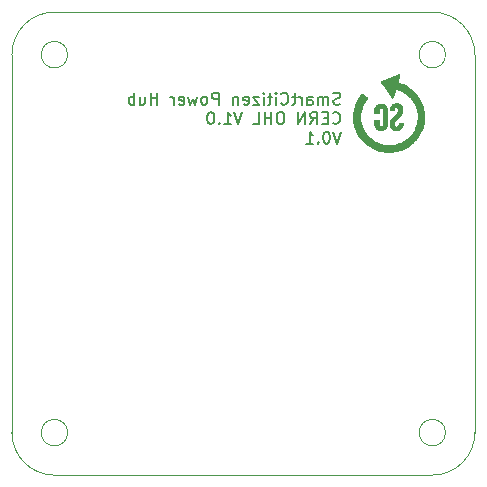
<source format=gbr>
%TF.GenerationSoftware,KiCad,Pcbnew,(5.1.5-0-10_14)*%
%TF.CreationDate,2020-09-17T17:23:34+02:00*%
%TF.ProjectId,power-routing,706f7765-722d-4726-9f75-74696e672e6b,rev?*%
%TF.SameCoordinates,Original*%
%TF.FileFunction,Legend,Bot*%
%TF.FilePolarity,Positive*%
%FSLAX46Y46*%
G04 Gerber Fmt 4.6, Leading zero omitted, Abs format (unit mm)*
G04 Created by KiCad (PCBNEW (5.1.5-0-10_14)) date 2020-09-17 17:23:34*
%MOMM*%
%LPD*%
G04 APERTURE LIST*
%ADD10C,0.150000*%
%ADD11C,0.050000*%
%ADD12C,0.010000*%
G04 APERTURE END LIST*
D10*
X216887023Y-82029761D02*
X216744166Y-82077380D01*
X216506071Y-82077380D01*
X216410833Y-82029761D01*
X216363214Y-81982142D01*
X216315595Y-81886904D01*
X216315595Y-81791666D01*
X216363214Y-81696428D01*
X216410833Y-81648809D01*
X216506071Y-81601190D01*
X216696547Y-81553571D01*
X216791785Y-81505952D01*
X216839404Y-81458333D01*
X216887023Y-81363095D01*
X216887023Y-81267857D01*
X216839404Y-81172619D01*
X216791785Y-81125000D01*
X216696547Y-81077380D01*
X216458452Y-81077380D01*
X216315595Y-81125000D01*
X215887023Y-82077380D02*
X215887023Y-81410714D01*
X215887023Y-81505952D02*
X215839404Y-81458333D01*
X215744166Y-81410714D01*
X215601309Y-81410714D01*
X215506071Y-81458333D01*
X215458452Y-81553571D01*
X215458452Y-82077380D01*
X215458452Y-81553571D02*
X215410833Y-81458333D01*
X215315595Y-81410714D01*
X215172738Y-81410714D01*
X215077500Y-81458333D01*
X215029880Y-81553571D01*
X215029880Y-82077380D01*
X214125119Y-82077380D02*
X214125119Y-81553571D01*
X214172738Y-81458333D01*
X214267976Y-81410714D01*
X214458452Y-81410714D01*
X214553690Y-81458333D01*
X214125119Y-82029761D02*
X214220357Y-82077380D01*
X214458452Y-82077380D01*
X214553690Y-82029761D01*
X214601309Y-81934523D01*
X214601309Y-81839285D01*
X214553690Y-81744047D01*
X214458452Y-81696428D01*
X214220357Y-81696428D01*
X214125119Y-81648809D01*
X213648928Y-82077380D02*
X213648928Y-81410714D01*
X213648928Y-81601190D02*
X213601309Y-81505952D01*
X213553690Y-81458333D01*
X213458452Y-81410714D01*
X213363214Y-81410714D01*
X213172738Y-81410714D02*
X212791785Y-81410714D01*
X213029880Y-81077380D02*
X213029880Y-81934523D01*
X212982261Y-82029761D01*
X212887023Y-82077380D01*
X212791785Y-82077380D01*
X211887023Y-81982142D02*
X211934642Y-82029761D01*
X212077500Y-82077380D01*
X212172738Y-82077380D01*
X212315595Y-82029761D01*
X212410833Y-81934523D01*
X212458452Y-81839285D01*
X212506071Y-81648809D01*
X212506071Y-81505952D01*
X212458452Y-81315476D01*
X212410833Y-81220238D01*
X212315595Y-81125000D01*
X212172738Y-81077380D01*
X212077500Y-81077380D01*
X211934642Y-81125000D01*
X211887023Y-81172619D01*
X211458452Y-82077380D02*
X211458452Y-81410714D01*
X211458452Y-81077380D02*
X211506071Y-81125000D01*
X211458452Y-81172619D01*
X211410833Y-81125000D01*
X211458452Y-81077380D01*
X211458452Y-81172619D01*
X211125119Y-81410714D02*
X210744166Y-81410714D01*
X210982261Y-81077380D02*
X210982261Y-81934523D01*
X210934642Y-82029761D01*
X210839404Y-82077380D01*
X210744166Y-82077380D01*
X210410833Y-82077380D02*
X210410833Y-81410714D01*
X210410833Y-81077380D02*
X210458452Y-81125000D01*
X210410833Y-81172619D01*
X210363214Y-81125000D01*
X210410833Y-81077380D01*
X210410833Y-81172619D01*
X210029880Y-81410714D02*
X209506071Y-81410714D01*
X210029880Y-82077380D01*
X209506071Y-82077380D01*
X208744166Y-82029761D02*
X208839404Y-82077380D01*
X209029880Y-82077380D01*
X209125119Y-82029761D01*
X209172738Y-81934523D01*
X209172738Y-81553571D01*
X209125119Y-81458333D01*
X209029880Y-81410714D01*
X208839404Y-81410714D01*
X208744166Y-81458333D01*
X208696547Y-81553571D01*
X208696547Y-81648809D01*
X209172738Y-81744047D01*
X208267976Y-81410714D02*
X208267976Y-82077380D01*
X208267976Y-81505952D02*
X208220357Y-81458333D01*
X208125119Y-81410714D01*
X207982261Y-81410714D01*
X207887023Y-81458333D01*
X207839404Y-81553571D01*
X207839404Y-82077380D01*
X206601309Y-82077380D02*
X206601309Y-81077380D01*
X206220357Y-81077380D01*
X206125119Y-81125000D01*
X206077500Y-81172619D01*
X206029880Y-81267857D01*
X206029880Y-81410714D01*
X206077500Y-81505952D01*
X206125119Y-81553571D01*
X206220357Y-81601190D01*
X206601309Y-81601190D01*
X205458452Y-82077380D02*
X205553690Y-82029761D01*
X205601309Y-81982142D01*
X205648928Y-81886904D01*
X205648928Y-81601190D01*
X205601309Y-81505952D01*
X205553690Y-81458333D01*
X205458452Y-81410714D01*
X205315595Y-81410714D01*
X205220357Y-81458333D01*
X205172738Y-81505952D01*
X205125119Y-81601190D01*
X205125119Y-81886904D01*
X205172738Y-81982142D01*
X205220357Y-82029761D01*
X205315595Y-82077380D01*
X205458452Y-82077380D01*
X204791785Y-81410714D02*
X204601309Y-82077380D01*
X204410833Y-81601190D01*
X204220357Y-82077380D01*
X204029880Y-81410714D01*
X203267976Y-82029761D02*
X203363214Y-82077380D01*
X203553690Y-82077380D01*
X203648928Y-82029761D01*
X203696547Y-81934523D01*
X203696547Y-81553571D01*
X203648928Y-81458333D01*
X203553690Y-81410714D01*
X203363214Y-81410714D01*
X203267976Y-81458333D01*
X203220357Y-81553571D01*
X203220357Y-81648809D01*
X203696547Y-81744047D01*
X202791785Y-82077380D02*
X202791785Y-81410714D01*
X202791785Y-81601190D02*
X202744166Y-81505952D01*
X202696547Y-81458333D01*
X202601309Y-81410714D01*
X202506071Y-81410714D01*
X201410833Y-82077380D02*
X201410833Y-81077380D01*
X201410833Y-81553571D02*
X200839404Y-81553571D01*
X200839404Y-82077380D02*
X200839404Y-81077380D01*
X199934642Y-81410714D02*
X199934642Y-82077380D01*
X200363214Y-81410714D02*
X200363214Y-81934523D01*
X200315595Y-82029761D01*
X200220357Y-82077380D01*
X200077500Y-82077380D01*
X199982261Y-82029761D01*
X199934642Y-81982142D01*
X199458452Y-82077380D02*
X199458452Y-81077380D01*
X199458452Y-81458333D02*
X199363214Y-81410714D01*
X199172738Y-81410714D01*
X199077500Y-81458333D01*
X199029880Y-81505952D01*
X198982261Y-81601190D01*
X198982261Y-81886904D01*
X199029880Y-81982142D01*
X199077500Y-82029761D01*
X199172738Y-82077380D01*
X199363214Y-82077380D01*
X199458452Y-82029761D01*
X216267976Y-83632142D02*
X216315595Y-83679761D01*
X216458452Y-83727380D01*
X216553690Y-83727380D01*
X216696547Y-83679761D01*
X216791785Y-83584523D01*
X216839404Y-83489285D01*
X216887023Y-83298809D01*
X216887023Y-83155952D01*
X216839404Y-82965476D01*
X216791785Y-82870238D01*
X216696547Y-82775000D01*
X216553690Y-82727380D01*
X216458452Y-82727380D01*
X216315595Y-82775000D01*
X216267976Y-82822619D01*
X215839404Y-83203571D02*
X215506071Y-83203571D01*
X215363214Y-83727380D02*
X215839404Y-83727380D01*
X215839404Y-82727380D01*
X215363214Y-82727380D01*
X214363214Y-83727380D02*
X214696547Y-83251190D01*
X214934642Y-83727380D02*
X214934642Y-82727380D01*
X214553690Y-82727380D01*
X214458452Y-82775000D01*
X214410833Y-82822619D01*
X214363214Y-82917857D01*
X214363214Y-83060714D01*
X214410833Y-83155952D01*
X214458452Y-83203571D01*
X214553690Y-83251190D01*
X214934642Y-83251190D01*
X213934642Y-83727380D02*
X213934642Y-82727380D01*
X213363214Y-83727380D01*
X213363214Y-82727380D01*
X211934642Y-82727380D02*
X211744166Y-82727380D01*
X211648928Y-82775000D01*
X211553690Y-82870238D01*
X211506071Y-83060714D01*
X211506071Y-83394047D01*
X211553690Y-83584523D01*
X211648928Y-83679761D01*
X211744166Y-83727380D01*
X211934642Y-83727380D01*
X212029880Y-83679761D01*
X212125119Y-83584523D01*
X212172738Y-83394047D01*
X212172738Y-83060714D01*
X212125119Y-82870238D01*
X212029880Y-82775000D01*
X211934642Y-82727380D01*
X211077500Y-83727380D02*
X211077500Y-82727380D01*
X211077500Y-83203571D02*
X210506071Y-83203571D01*
X210506071Y-83727380D02*
X210506071Y-82727380D01*
X209553690Y-83727380D02*
X210029880Y-83727380D01*
X210029880Y-82727380D01*
X208601309Y-82727380D02*
X208267976Y-83727380D01*
X207934642Y-82727380D01*
X207077500Y-83727380D02*
X207648928Y-83727380D01*
X207363214Y-83727380D02*
X207363214Y-82727380D01*
X207458452Y-82870238D01*
X207553690Y-82965476D01*
X207648928Y-83013095D01*
X206648928Y-83632142D02*
X206601309Y-83679761D01*
X206648928Y-83727380D01*
X206696547Y-83679761D01*
X206648928Y-83632142D01*
X206648928Y-83727380D01*
X205982261Y-82727380D02*
X205887023Y-82727380D01*
X205791785Y-82775000D01*
X205744166Y-82822619D01*
X205696547Y-82917857D01*
X205648928Y-83108333D01*
X205648928Y-83346428D01*
X205696547Y-83536904D01*
X205744166Y-83632142D01*
X205791785Y-83679761D01*
X205887023Y-83727380D01*
X205982261Y-83727380D01*
X206077500Y-83679761D01*
X206125119Y-83632142D01*
X206172738Y-83536904D01*
X206220357Y-83346428D01*
X206220357Y-83108333D01*
X206172738Y-82917857D01*
X206125119Y-82822619D01*
X206077500Y-82775000D01*
X205982261Y-82727380D01*
X216982261Y-84377380D02*
X216648928Y-85377380D01*
X216315595Y-84377380D01*
X215791785Y-84377380D02*
X215696547Y-84377380D01*
X215601309Y-84425000D01*
X215553690Y-84472619D01*
X215506071Y-84567857D01*
X215458452Y-84758333D01*
X215458452Y-84996428D01*
X215506071Y-85186904D01*
X215553690Y-85282142D01*
X215601309Y-85329761D01*
X215696547Y-85377380D01*
X215791785Y-85377380D01*
X215887023Y-85329761D01*
X215934642Y-85282142D01*
X215982261Y-85186904D01*
X216029880Y-84996428D01*
X216029880Y-84758333D01*
X215982261Y-84567857D01*
X215934642Y-84472619D01*
X215887023Y-84425000D01*
X215791785Y-84377380D01*
X215029880Y-85282142D02*
X214982261Y-85329761D01*
X215029880Y-85377380D01*
X215077500Y-85329761D01*
X215029880Y-85282142D01*
X215029880Y-85377380D01*
X214029880Y-85377380D02*
X214601309Y-85377380D01*
X214315595Y-85377380D02*
X214315595Y-84377380D01*
X214410833Y-84520238D01*
X214506071Y-84615476D01*
X214601309Y-84663095D01*
D11*
X189100000Y-109850000D02*
X189100000Y-77850000D01*
X224700000Y-113450000D02*
X192700000Y-113450000D01*
X228300000Y-77850000D02*
X228300000Y-109850000D01*
X192700000Y-74250000D02*
X224700000Y-74250000D01*
X189100000Y-77850000D02*
G75*
G02X192700000Y-74250000I3600000J0D01*
G01*
X192700000Y-113450000D02*
G75*
G02X189100000Y-109850000I0J3600000D01*
G01*
X228300000Y-109850000D02*
G75*
G02X224700000Y-113450000I-3600000J0D01*
G01*
X224700000Y-74250000D02*
G75*
G02X228300000Y-77850000I0J-3600000D01*
G01*
X225818034Y-109850000D02*
G75*
G03X225818034Y-109850000I-1118034J0D01*
G01*
X193818034Y-109850000D02*
G75*
G03X193818034Y-109850000I-1118034J0D01*
G01*
X225818034Y-77850000D02*
G75*
G03X225818034Y-77850000I-1118034J0D01*
G01*
X193818034Y-77850000D02*
G75*
G03X193818034Y-77850000I-1118034J0D01*
G01*
D12*
G36*
X220297331Y-82001577D02*
G01*
X220262508Y-82003077D01*
X220231827Y-82005685D01*
X220208130Y-82009372D01*
X220207606Y-82009488D01*
X220135678Y-82030533D01*
X220068860Y-82060178D01*
X220007640Y-82098042D01*
X219952503Y-82143746D01*
X219903937Y-82196910D01*
X219862428Y-82257153D01*
X219841901Y-82294940D01*
X219829560Y-82320413D01*
X219819434Y-82343113D01*
X219811291Y-82364439D01*
X219804896Y-82385793D01*
X219800016Y-82408576D01*
X219796417Y-82434189D01*
X219793864Y-82464034D01*
X219792125Y-82499511D01*
X219790966Y-82542022D01*
X219790152Y-82592968D01*
X219789989Y-82606090D01*
X219787951Y-82775000D01*
X220144280Y-82775000D01*
X220144280Y-82627870D01*
X220144325Y-82584857D01*
X220144510Y-82550685D01*
X220144915Y-82524037D01*
X220145621Y-82503593D01*
X220146707Y-82488036D01*
X220148252Y-82476047D01*
X220150336Y-82466308D01*
X220153039Y-82457501D01*
X220154871Y-82452434D01*
X220170477Y-82422602D01*
X220193706Y-82393566D01*
X220222168Y-82367836D01*
X220253472Y-82347926D01*
X220255128Y-82347099D01*
X220272765Y-82338916D01*
X220287328Y-82333961D01*
X220302617Y-82331443D01*
X220322432Y-82330568D01*
X220334674Y-82330500D01*
X220358762Y-82330950D01*
X220376561Y-82332786D01*
X220391919Y-82336738D01*
X220408686Y-82343534D01*
X220412365Y-82345215D01*
X220442374Y-82363394D01*
X220471108Y-82388565D01*
X220495828Y-82417862D01*
X220513790Y-82448424D01*
X220515898Y-82453349D01*
X220527820Y-82482900D01*
X220527820Y-83753114D01*
X220511221Y-83786833D01*
X220489260Y-83822025D01*
X220461346Y-83851873D01*
X220429334Y-83874694D01*
X220400182Y-83887347D01*
X220355517Y-83896146D01*
X220311353Y-83895314D01*
X220269002Y-83885224D01*
X220229779Y-83866249D01*
X220194997Y-83838760D01*
X220182876Y-83825761D01*
X220173123Y-83813944D01*
X220165165Y-83802747D01*
X220158820Y-83791011D01*
X220153907Y-83777577D01*
X220150242Y-83761288D01*
X220147644Y-83740984D01*
X220145932Y-83715507D01*
X220144922Y-83683699D01*
X220144435Y-83644400D01*
X220144286Y-83596452D01*
X220144280Y-83579989D01*
X220144280Y-83410000D01*
X219788680Y-83410000D01*
X219788680Y-83592214D01*
X219788808Y-83648153D01*
X219789266Y-83695196D01*
X219790167Y-83734605D01*
X219791624Y-83767641D01*
X219793749Y-83795566D01*
X219796655Y-83819642D01*
X219800454Y-83841130D01*
X219805260Y-83861292D01*
X219811186Y-83881391D01*
X219815732Y-83895140D01*
X219842057Y-83957043D01*
X219877226Y-84015875D01*
X219920111Y-84070505D01*
X219969581Y-84119804D01*
X220024509Y-84162644D01*
X220083767Y-84197896D01*
X220144280Y-84223760D01*
X220189610Y-84236396D01*
X220241008Y-84245522D01*
X220294887Y-84250795D01*
X220347664Y-84251872D01*
X220395751Y-84248411D01*
X220398508Y-84248038D01*
X220468818Y-84233155D01*
X220536097Y-84208702D01*
X220599833Y-84174951D01*
X220659516Y-84132174D01*
X220714636Y-84080644D01*
X220716784Y-84078355D01*
X220757206Y-84029942D01*
X220789767Y-83979047D01*
X220815701Y-83923417D01*
X220836240Y-83860802D01*
X220836572Y-83859580D01*
X220838157Y-83853641D01*
X220839584Y-83847762D01*
X220840862Y-83841401D01*
X220842001Y-83834012D01*
X220843011Y-83825052D01*
X220843901Y-83813977D01*
X220844682Y-83800243D01*
X220845362Y-83783306D01*
X220845952Y-83762622D01*
X220846462Y-83737649D01*
X220846900Y-83707840D01*
X220847278Y-83672654D01*
X220847604Y-83631545D01*
X220847888Y-83583970D01*
X220848141Y-83529385D01*
X220848371Y-83467247D01*
X220848589Y-83397011D01*
X220848804Y-83318133D01*
X220849026Y-83230070D01*
X220849214Y-83153460D01*
X220849446Y-83043053D01*
X220849580Y-82942615D01*
X220849614Y-82851955D01*
X220849547Y-82770883D01*
X220849378Y-82699208D01*
X220849106Y-82636740D01*
X220848730Y-82583287D01*
X220848250Y-82538659D01*
X220847663Y-82502666D01*
X220846969Y-82475117D01*
X220846167Y-82455821D01*
X220845283Y-82444800D01*
X220831724Y-82378198D01*
X220808958Y-82314642D01*
X220777662Y-82254831D01*
X220738515Y-82199463D01*
X220692196Y-82149240D01*
X220639381Y-82104859D01*
X220580751Y-82067022D01*
X220516981Y-82036427D01*
X220448752Y-82013775D01*
X220421140Y-82007257D01*
X220398200Y-82004026D01*
X220368021Y-82002022D01*
X220333451Y-82001216D01*
X220297331Y-82001577D01*
G37*
X220297331Y-82001577D02*
X220262508Y-82003077D01*
X220231827Y-82005685D01*
X220208130Y-82009372D01*
X220207606Y-82009488D01*
X220135678Y-82030533D01*
X220068860Y-82060178D01*
X220007640Y-82098042D01*
X219952503Y-82143746D01*
X219903937Y-82196910D01*
X219862428Y-82257153D01*
X219841901Y-82294940D01*
X219829560Y-82320413D01*
X219819434Y-82343113D01*
X219811291Y-82364439D01*
X219804896Y-82385793D01*
X219800016Y-82408576D01*
X219796417Y-82434189D01*
X219793864Y-82464034D01*
X219792125Y-82499511D01*
X219790966Y-82542022D01*
X219790152Y-82592968D01*
X219789989Y-82606090D01*
X219787951Y-82775000D01*
X220144280Y-82775000D01*
X220144280Y-82627870D01*
X220144325Y-82584857D01*
X220144510Y-82550685D01*
X220144915Y-82524037D01*
X220145621Y-82503593D01*
X220146707Y-82488036D01*
X220148252Y-82476047D01*
X220150336Y-82466308D01*
X220153039Y-82457501D01*
X220154871Y-82452434D01*
X220170477Y-82422602D01*
X220193706Y-82393566D01*
X220222168Y-82367836D01*
X220253472Y-82347926D01*
X220255128Y-82347099D01*
X220272765Y-82338916D01*
X220287328Y-82333961D01*
X220302617Y-82331443D01*
X220322432Y-82330568D01*
X220334674Y-82330500D01*
X220358762Y-82330950D01*
X220376561Y-82332786D01*
X220391919Y-82336738D01*
X220408686Y-82343534D01*
X220412365Y-82345215D01*
X220442374Y-82363394D01*
X220471108Y-82388565D01*
X220495828Y-82417862D01*
X220513790Y-82448424D01*
X220515898Y-82453349D01*
X220527820Y-82482900D01*
X220527820Y-83753114D01*
X220511221Y-83786833D01*
X220489260Y-83822025D01*
X220461346Y-83851873D01*
X220429334Y-83874694D01*
X220400182Y-83887347D01*
X220355517Y-83896146D01*
X220311353Y-83895314D01*
X220269002Y-83885224D01*
X220229779Y-83866249D01*
X220194997Y-83838760D01*
X220182876Y-83825761D01*
X220173123Y-83813944D01*
X220165165Y-83802747D01*
X220158820Y-83791011D01*
X220153907Y-83777577D01*
X220150242Y-83761288D01*
X220147644Y-83740984D01*
X220145932Y-83715507D01*
X220144922Y-83683699D01*
X220144435Y-83644400D01*
X220144286Y-83596452D01*
X220144280Y-83579989D01*
X220144280Y-83410000D01*
X219788680Y-83410000D01*
X219788680Y-83592214D01*
X219788808Y-83648153D01*
X219789266Y-83695196D01*
X219790167Y-83734605D01*
X219791624Y-83767641D01*
X219793749Y-83795566D01*
X219796655Y-83819642D01*
X219800454Y-83841130D01*
X219805260Y-83861292D01*
X219811186Y-83881391D01*
X219815732Y-83895140D01*
X219842057Y-83957043D01*
X219877226Y-84015875D01*
X219920111Y-84070505D01*
X219969581Y-84119804D01*
X220024509Y-84162644D01*
X220083767Y-84197896D01*
X220144280Y-84223760D01*
X220189610Y-84236396D01*
X220241008Y-84245522D01*
X220294887Y-84250795D01*
X220347664Y-84251872D01*
X220395751Y-84248411D01*
X220398508Y-84248038D01*
X220468818Y-84233155D01*
X220536097Y-84208702D01*
X220599833Y-84174951D01*
X220659516Y-84132174D01*
X220714636Y-84080644D01*
X220716784Y-84078355D01*
X220757206Y-84029942D01*
X220789767Y-83979047D01*
X220815701Y-83923417D01*
X220836240Y-83860802D01*
X220836572Y-83859580D01*
X220838157Y-83853641D01*
X220839584Y-83847762D01*
X220840862Y-83841401D01*
X220842001Y-83834012D01*
X220843011Y-83825052D01*
X220843901Y-83813977D01*
X220844682Y-83800243D01*
X220845362Y-83783306D01*
X220845952Y-83762622D01*
X220846462Y-83737649D01*
X220846900Y-83707840D01*
X220847278Y-83672654D01*
X220847604Y-83631545D01*
X220847888Y-83583970D01*
X220848141Y-83529385D01*
X220848371Y-83467247D01*
X220848589Y-83397011D01*
X220848804Y-83318133D01*
X220849026Y-83230070D01*
X220849214Y-83153460D01*
X220849446Y-83043053D01*
X220849580Y-82942615D01*
X220849614Y-82851955D01*
X220849547Y-82770883D01*
X220849378Y-82699208D01*
X220849106Y-82636740D01*
X220848730Y-82583287D01*
X220848250Y-82538659D01*
X220847663Y-82502666D01*
X220846969Y-82475117D01*
X220846167Y-82455821D01*
X220845283Y-82444800D01*
X220831724Y-82378198D01*
X220808958Y-82314642D01*
X220777662Y-82254831D01*
X220738515Y-82199463D01*
X220692196Y-82149240D01*
X220639381Y-82104859D01*
X220580751Y-82067022D01*
X220516981Y-82036427D01*
X220448752Y-82013775D01*
X220421140Y-82007257D01*
X220398200Y-82004026D01*
X220368021Y-82002022D01*
X220333451Y-82001216D01*
X220297331Y-82001577D01*
G36*
X221563043Y-81976785D02*
G01*
X221494289Y-81987993D01*
X221428769Y-82006285D01*
X221392807Y-82020208D01*
X221354241Y-82038122D01*
X221322252Y-82056197D01*
X221293471Y-82076678D01*
X221264532Y-82101810D01*
X221251207Y-82114600D01*
X221205123Y-82165644D01*
X221167834Y-82220136D01*
X221138359Y-82279725D01*
X221117645Y-82339271D01*
X221112215Y-82359813D01*
X221106662Y-82383882D01*
X221101354Y-82409443D01*
X221096662Y-82434459D01*
X221092955Y-82456895D01*
X221090601Y-82474716D01*
X221089971Y-82485885D01*
X221090562Y-82488534D01*
X221096075Y-82490109D01*
X221110126Y-82493147D01*
X221131239Y-82497380D01*
X221157940Y-82502538D01*
X221188755Y-82508354D01*
X221222208Y-82514558D01*
X221256827Y-82520881D01*
X221291135Y-82527056D01*
X221323660Y-82532813D01*
X221352926Y-82537883D01*
X221377459Y-82541998D01*
X221395785Y-82544889D01*
X221406428Y-82546287D01*
X221407930Y-82546375D01*
X221416884Y-82543793D01*
X221419360Y-82534374D01*
X221419360Y-82534351D01*
X221421217Y-82517746D01*
X221426227Y-82494597D01*
X221433553Y-82467705D01*
X221442357Y-82439869D01*
X221451800Y-82413888D01*
X221461045Y-82392563D01*
X221462904Y-82388899D01*
X221488056Y-82349581D01*
X221517313Y-82319557D01*
X221550685Y-82298821D01*
X221588181Y-82287367D01*
X221629812Y-82285190D01*
X221653654Y-82287812D01*
X221686538Y-82295716D01*
X221713234Y-82308673D01*
X221737182Y-82328482D01*
X221743078Y-82334646D01*
X221766251Y-82364456D01*
X221783201Y-82397535D01*
X221794417Y-82435437D01*
X221800386Y-82479712D01*
X221801712Y-82521000D01*
X221798314Y-82575589D01*
X221788074Y-82627611D01*
X221770426Y-82678564D01*
X221744805Y-82729944D01*
X221710646Y-82783252D01*
X221694443Y-82805480D01*
X221670144Y-82836245D01*
X221644127Y-82865870D01*
X221614923Y-82895819D01*
X221581063Y-82927554D01*
X221541079Y-82962537D01*
X221513340Y-82985860D01*
X221477393Y-83015992D01*
X221447421Y-83041823D01*
X221421362Y-83065267D01*
X221397156Y-83088242D01*
X221372743Y-83112662D01*
X221346062Y-83140444D01*
X221338683Y-83148259D01*
X221276826Y-83217601D01*
X221224168Y-83284711D01*
X221180225Y-83350437D01*
X221144514Y-83415627D01*
X221116552Y-83481128D01*
X221095856Y-83547789D01*
X221086288Y-83590980D01*
X221082088Y-83623550D01*
X221080052Y-83662985D01*
X221080091Y-83706245D01*
X221082116Y-83750287D01*
X221086037Y-83792070D01*
X221091764Y-83828553D01*
X221093521Y-83836720D01*
X221112626Y-83902350D01*
X221138639Y-83964866D01*
X221170741Y-84023048D01*
X221208111Y-84075674D01*
X221249932Y-84121526D01*
X221295385Y-84159383D01*
X221321428Y-84176233D01*
X221383429Y-84206801D01*
X221451146Y-84229873D01*
X221523165Y-84245192D01*
X221598077Y-84252506D01*
X221674468Y-84251557D01*
X221715991Y-84247501D01*
X221789762Y-84233518D01*
X221857684Y-84211241D01*
X221919818Y-84180640D01*
X221976228Y-84141686D01*
X222023349Y-84098204D01*
X222071970Y-84039668D01*
X222113316Y-83974178D01*
X222147286Y-83901976D01*
X222173779Y-83823303D01*
X222192695Y-83738399D01*
X222201715Y-83672088D01*
X222203732Y-83650710D01*
X222205045Y-83633504D01*
X222205500Y-83622701D01*
X222205261Y-83620166D01*
X222200084Y-83619498D01*
X222186260Y-83618272D01*
X222165279Y-83616595D01*
X222138630Y-83614569D01*
X222107806Y-83612302D01*
X222074296Y-83609895D01*
X222039591Y-83607456D01*
X222005182Y-83605087D01*
X221972559Y-83602894D01*
X221943212Y-83600981D01*
X221918634Y-83599453D01*
X221900313Y-83598414D01*
X221889740Y-83597970D01*
X221888875Y-83597961D01*
X221883947Y-83598946D01*
X221880160Y-83603073D01*
X221876856Y-83612099D01*
X221873380Y-83627781D01*
X221869388Y-83650030D01*
X221860273Y-83693885D01*
X221848360Y-83737245D01*
X221834570Y-83777243D01*
X221819825Y-83811013D01*
X221814302Y-83821373D01*
X221795886Y-83848178D01*
X221771938Y-83875104D01*
X221745488Y-83899130D01*
X221719570Y-83917234D01*
X221716271Y-83919063D01*
X221678605Y-83933606D01*
X221638324Y-83939027D01*
X221597313Y-83935313D01*
X221557457Y-83922452D01*
X221552598Y-83920175D01*
X221529906Y-83906234D01*
X221505690Y-83886633D01*
X221482812Y-83864114D01*
X221464135Y-83841419D01*
X221454977Y-83826669D01*
X221443007Y-83795501D01*
X221434687Y-83757718D01*
X221430272Y-83716280D01*
X221430018Y-83674149D01*
X221434178Y-83634285D01*
X221437148Y-83619588D01*
X221452660Y-83571724D01*
X221476493Y-83522510D01*
X221507449Y-83474149D01*
X221535044Y-83439276D01*
X221542661Y-83431299D01*
X221556900Y-83417209D01*
X221576927Y-83397800D01*
X221601913Y-83373864D01*
X221631026Y-83346195D01*
X221663434Y-83315587D01*
X221698306Y-83282832D01*
X221731989Y-83251353D01*
X221769525Y-83216169D01*
X221806245Y-83181391D01*
X221841170Y-83147971D01*
X221873317Y-83116865D01*
X221901706Y-83089024D01*
X221925356Y-83065405D01*
X221943287Y-83046959D01*
X221952760Y-83036675D01*
X222001751Y-82978487D01*
X222042801Y-82924028D01*
X222076700Y-82871826D01*
X222104237Y-82820412D01*
X222126200Y-82768315D01*
X222143379Y-82714063D01*
X222156382Y-82657127D01*
X222160397Y-82634776D01*
X222163187Y-82614930D01*
X222164885Y-82595125D01*
X222165626Y-82572899D01*
X222165544Y-82545788D01*
X222164773Y-82511330D01*
X222164622Y-82505931D01*
X222162476Y-82455902D01*
X222158862Y-82413596D01*
X222153363Y-82376628D01*
X222145561Y-82342616D01*
X222135036Y-82309175D01*
X222125766Y-82284686D01*
X222096001Y-82222866D01*
X222058510Y-82165869D01*
X222014286Y-82114799D01*
X221964321Y-82070757D01*
X221909605Y-82034845D01*
X221893265Y-82026245D01*
X221834939Y-82002358D01*
X221770981Y-81985446D01*
X221703163Y-81975533D01*
X221633259Y-81972639D01*
X221563043Y-81976785D01*
G37*
X221563043Y-81976785D02*
X221494289Y-81987993D01*
X221428769Y-82006285D01*
X221392807Y-82020208D01*
X221354241Y-82038122D01*
X221322252Y-82056197D01*
X221293471Y-82076678D01*
X221264532Y-82101810D01*
X221251207Y-82114600D01*
X221205123Y-82165644D01*
X221167834Y-82220136D01*
X221138359Y-82279725D01*
X221117645Y-82339271D01*
X221112215Y-82359813D01*
X221106662Y-82383882D01*
X221101354Y-82409443D01*
X221096662Y-82434459D01*
X221092955Y-82456895D01*
X221090601Y-82474716D01*
X221089971Y-82485885D01*
X221090562Y-82488534D01*
X221096075Y-82490109D01*
X221110126Y-82493147D01*
X221131239Y-82497380D01*
X221157940Y-82502538D01*
X221188755Y-82508354D01*
X221222208Y-82514558D01*
X221256827Y-82520881D01*
X221291135Y-82527056D01*
X221323660Y-82532813D01*
X221352926Y-82537883D01*
X221377459Y-82541998D01*
X221395785Y-82544889D01*
X221406428Y-82546287D01*
X221407930Y-82546375D01*
X221416884Y-82543793D01*
X221419360Y-82534374D01*
X221419360Y-82534351D01*
X221421217Y-82517746D01*
X221426227Y-82494597D01*
X221433553Y-82467705D01*
X221442357Y-82439869D01*
X221451800Y-82413888D01*
X221461045Y-82392563D01*
X221462904Y-82388899D01*
X221488056Y-82349581D01*
X221517313Y-82319557D01*
X221550685Y-82298821D01*
X221588181Y-82287367D01*
X221629812Y-82285190D01*
X221653654Y-82287812D01*
X221686538Y-82295716D01*
X221713234Y-82308673D01*
X221737182Y-82328482D01*
X221743078Y-82334646D01*
X221766251Y-82364456D01*
X221783201Y-82397535D01*
X221794417Y-82435437D01*
X221800386Y-82479712D01*
X221801712Y-82521000D01*
X221798314Y-82575589D01*
X221788074Y-82627611D01*
X221770426Y-82678564D01*
X221744805Y-82729944D01*
X221710646Y-82783252D01*
X221694443Y-82805480D01*
X221670144Y-82836245D01*
X221644127Y-82865870D01*
X221614923Y-82895819D01*
X221581063Y-82927554D01*
X221541079Y-82962537D01*
X221513340Y-82985860D01*
X221477393Y-83015992D01*
X221447421Y-83041823D01*
X221421362Y-83065267D01*
X221397156Y-83088242D01*
X221372743Y-83112662D01*
X221346062Y-83140444D01*
X221338683Y-83148259D01*
X221276826Y-83217601D01*
X221224168Y-83284711D01*
X221180225Y-83350437D01*
X221144514Y-83415627D01*
X221116552Y-83481128D01*
X221095856Y-83547789D01*
X221086288Y-83590980D01*
X221082088Y-83623550D01*
X221080052Y-83662985D01*
X221080091Y-83706245D01*
X221082116Y-83750287D01*
X221086037Y-83792070D01*
X221091764Y-83828553D01*
X221093521Y-83836720D01*
X221112626Y-83902350D01*
X221138639Y-83964866D01*
X221170741Y-84023048D01*
X221208111Y-84075674D01*
X221249932Y-84121526D01*
X221295385Y-84159383D01*
X221321428Y-84176233D01*
X221383429Y-84206801D01*
X221451146Y-84229873D01*
X221523165Y-84245192D01*
X221598077Y-84252506D01*
X221674468Y-84251557D01*
X221715991Y-84247501D01*
X221789762Y-84233518D01*
X221857684Y-84211241D01*
X221919818Y-84180640D01*
X221976228Y-84141686D01*
X222023349Y-84098204D01*
X222071970Y-84039668D01*
X222113316Y-83974178D01*
X222147286Y-83901976D01*
X222173779Y-83823303D01*
X222192695Y-83738399D01*
X222201715Y-83672088D01*
X222203732Y-83650710D01*
X222205045Y-83633504D01*
X222205500Y-83622701D01*
X222205261Y-83620166D01*
X222200084Y-83619498D01*
X222186260Y-83618272D01*
X222165279Y-83616595D01*
X222138630Y-83614569D01*
X222107806Y-83612302D01*
X222074296Y-83609895D01*
X222039591Y-83607456D01*
X222005182Y-83605087D01*
X221972559Y-83602894D01*
X221943212Y-83600981D01*
X221918634Y-83599453D01*
X221900313Y-83598414D01*
X221889740Y-83597970D01*
X221888875Y-83597961D01*
X221883947Y-83598946D01*
X221880160Y-83603073D01*
X221876856Y-83612099D01*
X221873380Y-83627781D01*
X221869388Y-83650030D01*
X221860273Y-83693885D01*
X221848360Y-83737245D01*
X221834570Y-83777243D01*
X221819825Y-83811013D01*
X221814302Y-83821373D01*
X221795886Y-83848178D01*
X221771938Y-83875104D01*
X221745488Y-83899130D01*
X221719570Y-83917234D01*
X221716271Y-83919063D01*
X221678605Y-83933606D01*
X221638324Y-83939027D01*
X221597313Y-83935313D01*
X221557457Y-83922452D01*
X221552598Y-83920175D01*
X221529906Y-83906234D01*
X221505690Y-83886633D01*
X221482812Y-83864114D01*
X221464135Y-83841419D01*
X221454977Y-83826669D01*
X221443007Y-83795501D01*
X221434687Y-83757718D01*
X221430272Y-83716280D01*
X221430018Y-83674149D01*
X221434178Y-83634285D01*
X221437148Y-83619588D01*
X221452660Y-83571724D01*
X221476493Y-83522510D01*
X221507449Y-83474149D01*
X221535044Y-83439276D01*
X221542661Y-83431299D01*
X221556900Y-83417209D01*
X221576927Y-83397800D01*
X221601913Y-83373864D01*
X221631026Y-83346195D01*
X221663434Y-83315587D01*
X221698306Y-83282832D01*
X221731989Y-83251353D01*
X221769525Y-83216169D01*
X221806245Y-83181391D01*
X221841170Y-83147971D01*
X221873317Y-83116865D01*
X221901706Y-83089024D01*
X221925356Y-83065405D01*
X221943287Y-83046959D01*
X221952760Y-83036675D01*
X222001751Y-82978487D01*
X222042801Y-82924028D01*
X222076700Y-82871826D01*
X222104237Y-82820412D01*
X222126200Y-82768315D01*
X222143379Y-82714063D01*
X222156382Y-82657127D01*
X222160397Y-82634776D01*
X222163187Y-82614930D01*
X222164885Y-82595125D01*
X222165626Y-82572899D01*
X222165544Y-82545788D01*
X222164773Y-82511330D01*
X222164622Y-82505931D01*
X222162476Y-82455902D01*
X222158862Y-82413596D01*
X222153363Y-82376628D01*
X222145561Y-82342616D01*
X222135036Y-82309175D01*
X222125766Y-82284686D01*
X222096001Y-82222866D01*
X222058510Y-82165869D01*
X222014286Y-82114799D01*
X221964321Y-82070757D01*
X221909605Y-82034845D01*
X221893265Y-82026245D01*
X221834939Y-82002358D01*
X221770981Y-81985446D01*
X221703163Y-81975533D01*
X221633259Y-81972639D01*
X221563043Y-81976785D01*
G36*
X221868464Y-79514704D02*
G01*
X221867292Y-79514821D01*
X221859670Y-79516969D01*
X221843255Y-79522637D01*
X221818684Y-79531573D01*
X221786597Y-79543527D01*
X221747632Y-79558246D01*
X221702427Y-79575481D01*
X221651621Y-79594979D01*
X221595852Y-79616489D01*
X221535759Y-79639760D01*
X221471980Y-79664541D01*
X221405155Y-79690581D01*
X221335920Y-79717628D01*
X221264915Y-79745431D01*
X221192779Y-79773739D01*
X221120149Y-79802300D01*
X221047665Y-79830864D01*
X220975965Y-79859178D01*
X220905686Y-79886993D01*
X220837469Y-79914056D01*
X220771951Y-79940116D01*
X220709771Y-79964923D01*
X220651567Y-79988224D01*
X220597977Y-80009769D01*
X220549641Y-80029306D01*
X220507197Y-80046584D01*
X220471284Y-80061353D01*
X220442539Y-80073359D01*
X220421601Y-80082353D01*
X220409109Y-80088083D01*
X220405906Y-80089871D01*
X220388008Y-80109515D01*
X220376708Y-80134528D01*
X220372582Y-80162095D01*
X220376208Y-80189402D01*
X220382400Y-80204595D01*
X220386466Y-80210871D01*
X220395998Y-80224858D01*
X220410599Y-80245992D01*
X220429869Y-80273707D01*
X220453409Y-80307438D01*
X220480820Y-80346620D01*
X220511705Y-80390688D01*
X220545663Y-80439076D01*
X220582296Y-80491219D01*
X220621206Y-80546552D01*
X220661993Y-80604510D01*
X220704260Y-80664528D01*
X220747606Y-80726041D01*
X220791633Y-80788483D01*
X220835943Y-80851289D01*
X220880136Y-80913893D01*
X220923815Y-80975732D01*
X220966579Y-81036239D01*
X221008031Y-81094850D01*
X221047772Y-81150998D01*
X221085402Y-81204120D01*
X221120523Y-81253650D01*
X221152736Y-81299022D01*
X221181643Y-81339671D01*
X221206844Y-81375033D01*
X221227941Y-81404542D01*
X221244535Y-81427632D01*
X221256227Y-81443740D01*
X221262619Y-81452298D01*
X221263536Y-81453412D01*
X221281939Y-81468565D01*
X221302196Y-81477749D01*
X221314577Y-81479600D01*
X221328488Y-81475134D01*
X221342861Y-81463373D01*
X221355293Y-81446766D01*
X221362516Y-81430735D01*
X221365022Y-81422594D01*
X221370205Y-81405580D01*
X221377807Y-81380549D01*
X221387569Y-81348353D01*
X221399232Y-81309849D01*
X221412538Y-81265890D01*
X221427228Y-81217329D01*
X221443043Y-81165023D01*
X221459724Y-81109824D01*
X221468486Y-81080820D01*
X221485355Y-81025040D01*
X221501386Y-80972152D01*
X221516336Y-80922954D01*
X221529961Y-80878244D01*
X221542015Y-80838820D01*
X221552255Y-80805482D01*
X221560437Y-80779025D01*
X221566315Y-80760250D01*
X221569646Y-80749954D01*
X221570310Y-80748187D01*
X221576258Y-80748097D01*
X221590496Y-80750700D01*
X221611627Y-80755618D01*
X221638259Y-80762469D01*
X221668996Y-80770872D01*
X221702443Y-80780447D01*
X221737206Y-80790813D01*
X221771890Y-80801590D01*
X221802900Y-80811663D01*
X221951235Y-80866206D01*
X222094201Y-80929346D01*
X222232087Y-81001238D01*
X222365178Y-81082038D01*
X222493763Y-81171904D01*
X222559659Y-81222842D01*
X222677291Y-81323313D01*
X222787946Y-81430937D01*
X222891320Y-81545241D01*
X222987107Y-81665753D01*
X223075004Y-81792002D01*
X223154705Y-81923515D01*
X223225906Y-82059821D01*
X223288303Y-82200447D01*
X223341589Y-82344922D01*
X223385462Y-82492774D01*
X223389465Y-82508300D01*
X223423174Y-82661228D01*
X223446792Y-82814886D01*
X223460336Y-82968958D01*
X223463820Y-83123126D01*
X223457260Y-83277072D01*
X223440672Y-83430480D01*
X223414071Y-83583033D01*
X223377473Y-83734414D01*
X223330893Y-83884304D01*
X223320796Y-83912920D01*
X223263557Y-84057315D01*
X223197697Y-84196654D01*
X223123564Y-84330657D01*
X223041506Y-84459040D01*
X222951872Y-84581521D01*
X222855009Y-84697819D01*
X222751266Y-84807652D01*
X222640991Y-84910736D01*
X222524531Y-85006791D01*
X222402236Y-85095534D01*
X222274453Y-85176683D01*
X222141530Y-85249955D01*
X222003815Y-85315070D01*
X221861657Y-85371744D01*
X221715403Y-85419696D01*
X221565402Y-85458643D01*
X221412002Y-85488304D01*
X221368560Y-85494896D01*
X221228659Y-85510516D01*
X221085651Y-85518120D01*
X220942097Y-85517686D01*
X220800557Y-85509196D01*
X220715780Y-85499985D01*
X220561509Y-85475112D01*
X220408886Y-85440375D01*
X220258579Y-85396018D01*
X220111254Y-85342290D01*
X219967576Y-85279436D01*
X219828211Y-85207705D01*
X219693826Y-85127342D01*
X219672247Y-85113315D01*
X219549325Y-85026818D01*
X219431484Y-84932517D01*
X219319692Y-84831315D01*
X219214918Y-84724118D01*
X219118131Y-84611831D01*
X219071673Y-84552254D01*
X218981371Y-84424076D01*
X218899944Y-84291502D01*
X218827507Y-84154959D01*
X218764177Y-84014877D01*
X218710070Y-83871683D01*
X218665300Y-83725804D01*
X218629983Y-83577668D01*
X218604235Y-83427704D01*
X218588172Y-83276339D01*
X218581909Y-83124002D01*
X218585562Y-82971119D01*
X218599247Y-82818119D01*
X218600449Y-82808471D01*
X218625044Y-82654522D01*
X218659415Y-82502815D01*
X218703343Y-82353851D01*
X218756611Y-82208128D01*
X218819000Y-82066146D01*
X218890291Y-81928403D01*
X218970266Y-81795401D01*
X219058707Y-81667637D01*
X219150228Y-81551735D01*
X219164927Y-81533408D01*
X219175493Y-81518512D01*
X219180930Y-81508547D01*
X219181112Y-81505271D01*
X219173205Y-81498564D01*
X219158513Y-81486826D01*
X219137925Y-81470725D01*
X219112327Y-81450932D01*
X219082608Y-81428117D01*
X219049656Y-81402950D01*
X219014357Y-81376100D01*
X218977600Y-81348239D01*
X218940272Y-81320035D01*
X218903262Y-81292159D01*
X218867457Y-81265281D01*
X218833744Y-81240070D01*
X218803011Y-81217197D01*
X218776146Y-81197332D01*
X218754037Y-81181144D01*
X218737572Y-81169303D01*
X218727637Y-81162481D01*
X218725019Y-81161053D01*
X218718949Y-81165957D01*
X218707665Y-81177817D01*
X218692104Y-81195504D01*
X218673206Y-81217887D01*
X218651908Y-81243838D01*
X218629149Y-81272227D01*
X218605868Y-81301925D01*
X218583003Y-81331803D01*
X218581629Y-81333624D01*
X218481424Y-81474906D01*
X218389827Y-81621336D01*
X218307018Y-81772480D01*
X218233180Y-81927905D01*
X218168493Y-82087177D01*
X218113139Y-82249862D01*
X218067299Y-82415527D01*
X218031156Y-82583739D01*
X218013319Y-82691687D01*
X218002743Y-82770589D01*
X217994749Y-82845941D01*
X217989123Y-82920844D01*
X217985650Y-82998399D01*
X217984116Y-83081707D01*
X217983996Y-83115360D01*
X217987749Y-83273393D01*
X217999200Y-83426238D01*
X218018635Y-83575659D01*
X218046341Y-83723416D01*
X218082604Y-83871274D01*
X218127712Y-84020995D01*
X218134835Y-84042460D01*
X218194951Y-84205905D01*
X218263876Y-84364503D01*
X218341347Y-84517974D01*
X218427101Y-84666042D01*
X218520873Y-84808429D01*
X218622400Y-84944856D01*
X218731418Y-85075047D01*
X218847662Y-85198724D01*
X218970870Y-85315609D01*
X219100777Y-85425424D01*
X219237119Y-85527892D01*
X219379633Y-85622735D01*
X219528054Y-85709675D01*
X219682119Y-85788435D01*
X219841564Y-85858736D01*
X219872500Y-85871137D01*
X220033387Y-85929625D01*
X220195444Y-85978501D01*
X220359637Y-86017990D01*
X220526934Y-86048314D01*
X220698301Y-86069697D01*
X220751340Y-86074459D01*
X220777116Y-86076118D01*
X220810524Y-86077584D01*
X220849867Y-86078839D01*
X220893444Y-86079866D01*
X220939556Y-86080650D01*
X220986503Y-86081173D01*
X221032587Y-86081419D01*
X221076107Y-86081371D01*
X221115364Y-86081013D01*
X221148658Y-86080327D01*
X221174291Y-86079297D01*
X221183140Y-86078695D01*
X221278635Y-86070037D01*
X221366103Y-86060384D01*
X221447658Y-86049400D01*
X221525413Y-86036749D01*
X221601479Y-86022098D01*
X221677971Y-86005110D01*
X221734320Y-85991287D01*
X221904763Y-85942791D01*
X222071203Y-85884981D01*
X222233426Y-85817967D01*
X222391218Y-85741859D01*
X222544362Y-85656768D01*
X222692643Y-85562804D01*
X222835847Y-85460078D01*
X222953520Y-85365868D01*
X222984006Y-85339291D01*
X223019485Y-85306796D01*
X223058500Y-85269843D01*
X223099592Y-85229894D01*
X223141304Y-85188407D01*
X223182176Y-85146845D01*
X223220752Y-85106669D01*
X223255572Y-85069338D01*
X223285179Y-85036314D01*
X223300962Y-85017820D01*
X223411305Y-84877332D01*
X223512392Y-84732742D01*
X223604176Y-84584168D01*
X223686609Y-84431728D01*
X223759643Y-84275540D01*
X223823231Y-84115720D01*
X223877325Y-83952387D01*
X223921877Y-83785659D01*
X223956839Y-83615653D01*
X223982165Y-83442487D01*
X223995238Y-83304754D01*
X223997114Y-83270310D01*
X223998394Y-83228140D01*
X223999104Y-83180053D01*
X223999272Y-83127860D01*
X223998924Y-83073374D01*
X223998086Y-83018404D01*
X223996785Y-82964761D01*
X223995048Y-82914256D01*
X223992902Y-82868701D01*
X223990372Y-82829905D01*
X223987866Y-82802940D01*
X223967871Y-82653363D01*
X223942361Y-82510589D01*
X223910860Y-82372597D01*
X223872893Y-82237368D01*
X223827986Y-82102882D01*
X223814573Y-82066340D01*
X223748973Y-81905162D01*
X223674801Y-81749234D01*
X223592332Y-81598805D01*
X223501838Y-81454125D01*
X223403591Y-81315442D01*
X223297866Y-81183007D01*
X223184934Y-81057067D01*
X223065069Y-80937873D01*
X222938545Y-80825673D01*
X222805633Y-80720717D01*
X222666607Y-80623254D01*
X222521741Y-80533534D01*
X222371306Y-80451805D01*
X222215576Y-80378317D01*
X222054825Y-80313318D01*
X221889324Y-80257059D01*
X221805812Y-80232545D01*
X221779262Y-80224889D01*
X221756599Y-80217853D01*
X221739442Y-80211980D01*
X221729405Y-80207813D01*
X221727469Y-80206247D01*
X221729059Y-80200767D01*
X221733382Y-80186410D01*
X221740185Y-80164006D01*
X221749214Y-80134387D01*
X221760214Y-80098387D01*
X221772931Y-80056837D01*
X221787111Y-80010570D01*
X221802499Y-79960416D01*
X221818841Y-79907210D01*
X221822719Y-79894590D01*
X221843045Y-79828375D01*
X221860514Y-79771149D01*
X221875283Y-79722199D01*
X221887511Y-79680812D01*
X221897353Y-79646274D01*
X221904967Y-79617872D01*
X221910511Y-79594892D01*
X221914142Y-79576622D01*
X221916018Y-79562347D01*
X221916295Y-79551355D01*
X221915131Y-79542932D01*
X221912683Y-79536365D01*
X221909109Y-79530941D01*
X221904566Y-79525946D01*
X221904122Y-79525499D01*
X221894296Y-79517360D01*
X221883925Y-79514201D01*
X221868464Y-79514704D01*
G37*
X221868464Y-79514704D02*
X221867292Y-79514821D01*
X221859670Y-79516969D01*
X221843255Y-79522637D01*
X221818684Y-79531573D01*
X221786597Y-79543527D01*
X221747632Y-79558246D01*
X221702427Y-79575481D01*
X221651621Y-79594979D01*
X221595852Y-79616489D01*
X221535759Y-79639760D01*
X221471980Y-79664541D01*
X221405155Y-79690581D01*
X221335920Y-79717628D01*
X221264915Y-79745431D01*
X221192779Y-79773739D01*
X221120149Y-79802300D01*
X221047665Y-79830864D01*
X220975965Y-79859178D01*
X220905686Y-79886993D01*
X220837469Y-79914056D01*
X220771951Y-79940116D01*
X220709771Y-79964923D01*
X220651567Y-79988224D01*
X220597977Y-80009769D01*
X220549641Y-80029306D01*
X220507197Y-80046584D01*
X220471284Y-80061353D01*
X220442539Y-80073359D01*
X220421601Y-80082353D01*
X220409109Y-80088083D01*
X220405906Y-80089871D01*
X220388008Y-80109515D01*
X220376708Y-80134528D01*
X220372582Y-80162095D01*
X220376208Y-80189402D01*
X220382400Y-80204595D01*
X220386466Y-80210871D01*
X220395998Y-80224858D01*
X220410599Y-80245992D01*
X220429869Y-80273707D01*
X220453409Y-80307438D01*
X220480820Y-80346620D01*
X220511705Y-80390688D01*
X220545663Y-80439076D01*
X220582296Y-80491219D01*
X220621206Y-80546552D01*
X220661993Y-80604510D01*
X220704260Y-80664528D01*
X220747606Y-80726041D01*
X220791633Y-80788483D01*
X220835943Y-80851289D01*
X220880136Y-80913893D01*
X220923815Y-80975732D01*
X220966579Y-81036239D01*
X221008031Y-81094850D01*
X221047772Y-81150998D01*
X221085402Y-81204120D01*
X221120523Y-81253650D01*
X221152736Y-81299022D01*
X221181643Y-81339671D01*
X221206844Y-81375033D01*
X221227941Y-81404542D01*
X221244535Y-81427632D01*
X221256227Y-81443740D01*
X221262619Y-81452298D01*
X221263536Y-81453412D01*
X221281939Y-81468565D01*
X221302196Y-81477749D01*
X221314577Y-81479600D01*
X221328488Y-81475134D01*
X221342861Y-81463373D01*
X221355293Y-81446766D01*
X221362516Y-81430735D01*
X221365022Y-81422594D01*
X221370205Y-81405580D01*
X221377807Y-81380549D01*
X221387569Y-81348353D01*
X221399232Y-81309849D01*
X221412538Y-81265890D01*
X221427228Y-81217329D01*
X221443043Y-81165023D01*
X221459724Y-81109824D01*
X221468486Y-81080820D01*
X221485355Y-81025040D01*
X221501386Y-80972152D01*
X221516336Y-80922954D01*
X221529961Y-80878244D01*
X221542015Y-80838820D01*
X221552255Y-80805482D01*
X221560437Y-80779025D01*
X221566315Y-80760250D01*
X221569646Y-80749954D01*
X221570310Y-80748187D01*
X221576258Y-80748097D01*
X221590496Y-80750700D01*
X221611627Y-80755618D01*
X221638259Y-80762469D01*
X221668996Y-80770872D01*
X221702443Y-80780447D01*
X221737206Y-80790813D01*
X221771890Y-80801590D01*
X221802900Y-80811663D01*
X221951235Y-80866206D01*
X222094201Y-80929346D01*
X222232087Y-81001238D01*
X222365178Y-81082038D01*
X222493763Y-81171904D01*
X222559659Y-81222842D01*
X222677291Y-81323313D01*
X222787946Y-81430937D01*
X222891320Y-81545241D01*
X222987107Y-81665753D01*
X223075004Y-81792002D01*
X223154705Y-81923515D01*
X223225906Y-82059821D01*
X223288303Y-82200447D01*
X223341589Y-82344922D01*
X223385462Y-82492774D01*
X223389465Y-82508300D01*
X223423174Y-82661228D01*
X223446792Y-82814886D01*
X223460336Y-82968958D01*
X223463820Y-83123126D01*
X223457260Y-83277072D01*
X223440672Y-83430480D01*
X223414071Y-83583033D01*
X223377473Y-83734414D01*
X223330893Y-83884304D01*
X223320796Y-83912920D01*
X223263557Y-84057315D01*
X223197697Y-84196654D01*
X223123564Y-84330657D01*
X223041506Y-84459040D01*
X222951872Y-84581521D01*
X222855009Y-84697819D01*
X222751266Y-84807652D01*
X222640991Y-84910736D01*
X222524531Y-85006791D01*
X222402236Y-85095534D01*
X222274453Y-85176683D01*
X222141530Y-85249955D01*
X222003815Y-85315070D01*
X221861657Y-85371744D01*
X221715403Y-85419696D01*
X221565402Y-85458643D01*
X221412002Y-85488304D01*
X221368560Y-85494896D01*
X221228659Y-85510516D01*
X221085651Y-85518120D01*
X220942097Y-85517686D01*
X220800557Y-85509196D01*
X220715780Y-85499985D01*
X220561509Y-85475112D01*
X220408886Y-85440375D01*
X220258579Y-85396018D01*
X220111254Y-85342290D01*
X219967576Y-85279436D01*
X219828211Y-85207705D01*
X219693826Y-85127342D01*
X219672247Y-85113315D01*
X219549325Y-85026818D01*
X219431484Y-84932517D01*
X219319692Y-84831315D01*
X219214918Y-84724118D01*
X219118131Y-84611831D01*
X219071673Y-84552254D01*
X218981371Y-84424076D01*
X218899944Y-84291502D01*
X218827507Y-84154959D01*
X218764177Y-84014877D01*
X218710070Y-83871683D01*
X218665300Y-83725804D01*
X218629983Y-83577668D01*
X218604235Y-83427704D01*
X218588172Y-83276339D01*
X218581909Y-83124002D01*
X218585562Y-82971119D01*
X218599247Y-82818119D01*
X218600449Y-82808471D01*
X218625044Y-82654522D01*
X218659415Y-82502815D01*
X218703343Y-82353851D01*
X218756611Y-82208128D01*
X218819000Y-82066146D01*
X218890291Y-81928403D01*
X218970266Y-81795401D01*
X219058707Y-81667637D01*
X219150228Y-81551735D01*
X219164927Y-81533408D01*
X219175493Y-81518512D01*
X219180930Y-81508547D01*
X219181112Y-81505271D01*
X219173205Y-81498564D01*
X219158513Y-81486826D01*
X219137925Y-81470725D01*
X219112327Y-81450932D01*
X219082608Y-81428117D01*
X219049656Y-81402950D01*
X219014357Y-81376100D01*
X218977600Y-81348239D01*
X218940272Y-81320035D01*
X218903262Y-81292159D01*
X218867457Y-81265281D01*
X218833744Y-81240070D01*
X218803011Y-81217197D01*
X218776146Y-81197332D01*
X218754037Y-81181144D01*
X218737572Y-81169303D01*
X218727637Y-81162481D01*
X218725019Y-81161053D01*
X218718949Y-81165957D01*
X218707665Y-81177817D01*
X218692104Y-81195504D01*
X218673206Y-81217887D01*
X218651908Y-81243838D01*
X218629149Y-81272227D01*
X218605868Y-81301925D01*
X218583003Y-81331803D01*
X218581629Y-81333624D01*
X218481424Y-81474906D01*
X218389827Y-81621336D01*
X218307018Y-81772480D01*
X218233180Y-81927905D01*
X218168493Y-82087177D01*
X218113139Y-82249862D01*
X218067299Y-82415527D01*
X218031156Y-82583739D01*
X218013319Y-82691687D01*
X218002743Y-82770589D01*
X217994749Y-82845941D01*
X217989123Y-82920844D01*
X217985650Y-82998399D01*
X217984116Y-83081707D01*
X217983996Y-83115360D01*
X217987749Y-83273393D01*
X217999200Y-83426238D01*
X218018635Y-83575659D01*
X218046341Y-83723416D01*
X218082604Y-83871274D01*
X218127712Y-84020995D01*
X218134835Y-84042460D01*
X218194951Y-84205905D01*
X218263876Y-84364503D01*
X218341347Y-84517974D01*
X218427101Y-84666042D01*
X218520873Y-84808429D01*
X218622400Y-84944856D01*
X218731418Y-85075047D01*
X218847662Y-85198724D01*
X218970870Y-85315609D01*
X219100777Y-85425424D01*
X219237119Y-85527892D01*
X219379633Y-85622735D01*
X219528054Y-85709675D01*
X219682119Y-85788435D01*
X219841564Y-85858736D01*
X219872500Y-85871137D01*
X220033387Y-85929625D01*
X220195444Y-85978501D01*
X220359637Y-86017990D01*
X220526934Y-86048314D01*
X220698301Y-86069697D01*
X220751340Y-86074459D01*
X220777116Y-86076118D01*
X220810524Y-86077584D01*
X220849867Y-86078839D01*
X220893444Y-86079866D01*
X220939556Y-86080650D01*
X220986503Y-86081173D01*
X221032587Y-86081419D01*
X221076107Y-86081371D01*
X221115364Y-86081013D01*
X221148658Y-86080327D01*
X221174291Y-86079297D01*
X221183140Y-86078695D01*
X221278635Y-86070037D01*
X221366103Y-86060384D01*
X221447658Y-86049400D01*
X221525413Y-86036749D01*
X221601479Y-86022098D01*
X221677971Y-86005110D01*
X221734320Y-85991287D01*
X221904763Y-85942791D01*
X222071203Y-85884981D01*
X222233426Y-85817967D01*
X222391218Y-85741859D01*
X222544362Y-85656768D01*
X222692643Y-85562804D01*
X222835847Y-85460078D01*
X222953520Y-85365868D01*
X222984006Y-85339291D01*
X223019485Y-85306796D01*
X223058500Y-85269843D01*
X223099592Y-85229894D01*
X223141304Y-85188407D01*
X223182176Y-85146845D01*
X223220752Y-85106669D01*
X223255572Y-85069338D01*
X223285179Y-85036314D01*
X223300962Y-85017820D01*
X223411305Y-84877332D01*
X223512392Y-84732742D01*
X223604176Y-84584168D01*
X223686609Y-84431728D01*
X223759643Y-84275540D01*
X223823231Y-84115720D01*
X223877325Y-83952387D01*
X223921877Y-83785659D01*
X223956839Y-83615653D01*
X223982165Y-83442487D01*
X223995238Y-83304754D01*
X223997114Y-83270310D01*
X223998394Y-83228140D01*
X223999104Y-83180053D01*
X223999272Y-83127860D01*
X223998924Y-83073374D01*
X223998086Y-83018404D01*
X223996785Y-82964761D01*
X223995048Y-82914256D01*
X223992902Y-82868701D01*
X223990372Y-82829905D01*
X223987866Y-82802940D01*
X223967871Y-82653363D01*
X223942361Y-82510589D01*
X223910860Y-82372597D01*
X223872893Y-82237368D01*
X223827986Y-82102882D01*
X223814573Y-82066340D01*
X223748973Y-81905162D01*
X223674801Y-81749234D01*
X223592332Y-81598805D01*
X223501838Y-81454125D01*
X223403591Y-81315442D01*
X223297866Y-81183007D01*
X223184934Y-81057067D01*
X223065069Y-80937873D01*
X222938545Y-80825673D01*
X222805633Y-80720717D01*
X222666607Y-80623254D01*
X222521741Y-80533534D01*
X222371306Y-80451805D01*
X222215576Y-80378317D01*
X222054825Y-80313318D01*
X221889324Y-80257059D01*
X221805812Y-80232545D01*
X221779262Y-80224889D01*
X221756599Y-80217853D01*
X221739442Y-80211980D01*
X221729405Y-80207813D01*
X221727469Y-80206247D01*
X221729059Y-80200767D01*
X221733382Y-80186410D01*
X221740185Y-80164006D01*
X221749214Y-80134387D01*
X221760214Y-80098387D01*
X221772931Y-80056837D01*
X221787111Y-80010570D01*
X221802499Y-79960416D01*
X221818841Y-79907210D01*
X221822719Y-79894590D01*
X221843045Y-79828375D01*
X221860514Y-79771149D01*
X221875283Y-79722199D01*
X221887511Y-79680812D01*
X221897353Y-79646274D01*
X221904967Y-79617872D01*
X221910511Y-79594892D01*
X221914142Y-79576622D01*
X221916018Y-79562347D01*
X221916295Y-79551355D01*
X221915131Y-79542932D01*
X221912683Y-79536365D01*
X221909109Y-79530941D01*
X221904566Y-79525946D01*
X221904122Y-79525499D01*
X221894296Y-79517360D01*
X221883925Y-79514201D01*
X221868464Y-79514704D01*
M02*

</source>
